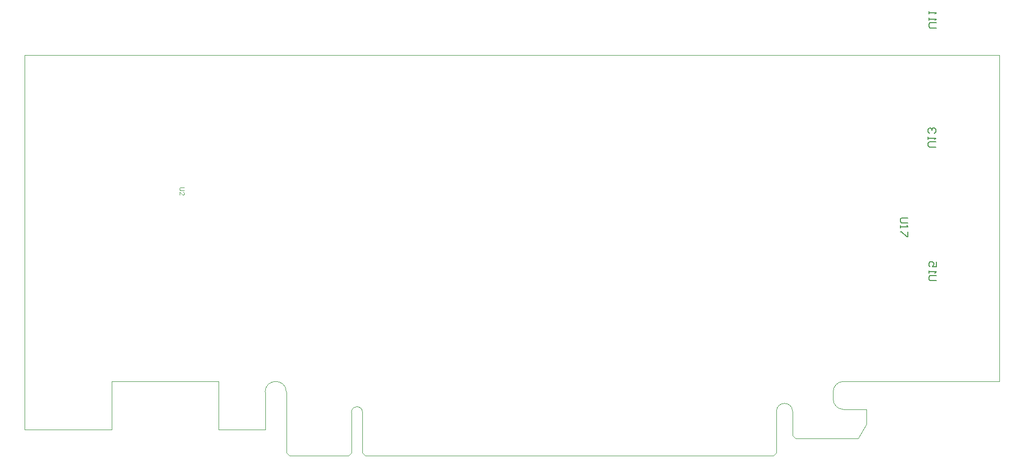
<source format=gm1>
G04*
G04 #@! TF.GenerationSoftware,Altium Limited,Altium Designer,21.3.2 (30)*
G04*
G04 Layer_Color=16711935*
%FSLAX25Y25*%
%MOIN*%
G70*
G04*
G04 #@! TF.SameCoordinates,0DDE3A69-4C04-4BA1-936D-2228934CDC7C*
G04*
G04*
G04 #@! TF.FilePolarity,Positive*
G04*
G01*
G75*
%ADD11C,0.00394*%
%ADD141C,0.00591*%
D11*
X547441Y38189D02*
G03*
X554331Y31299I6890J0D01*
G01*
Y50197D02*
G03*
X547441Y43307I0J-6890D01*
G01*
X519882Y29941D02*
G03*
X509055Y29941I-5413J0D01*
G01*
X177165Y43012D02*
G03*
X162795Y43012I-7185J0D01*
G01*
X519882Y29941D02*
G03*
X509055Y29941I-5413J0D01*
G01*
X228740Y29331D02*
G03*
X221260Y29331I-3740J0D01*
G01*
X547441Y38189D02*
Y43307D01*
X519882Y13583D02*
Y29941D01*
Y13583D02*
X521850Y11614D01*
X564370D01*
X569882Y21161D01*
Y31299D01*
X554331D02*
X569882D01*
X59055Y50197D02*
X131299D01*
X59055Y17717D02*
Y50197D01*
X0Y17717D02*
X59055D01*
X554331Y50197D02*
X660039D01*
X0Y271260D02*
X660039D01*
Y50197D02*
Y271260D01*
X0Y17717D02*
Y271260D01*
X131299Y17717D02*
Y50197D01*
Y17717D02*
X162795D01*
Y43012D01*
X177165Y1969D02*
Y43012D01*
X179134Y0D02*
X219291D01*
X221260Y1969D02*
Y29331D01*
X228740Y1969D02*
Y29331D01*
X230709Y0D02*
X507087D01*
X509055Y1969D02*
Y29941D01*
X177165Y1969D02*
X179134Y0D01*
X219291D02*
X221260Y1969D01*
X228740D02*
X230709Y0D01*
X507087D02*
X509055Y1969D01*
X107948Y181697D02*
X105324D01*
X104799Y181172D01*
Y180123D01*
X105324Y179598D01*
X107948D01*
X104799Y176449D02*
Y178548D01*
X106898Y176449D01*
X107423D01*
X107948Y176974D01*
Y178024D01*
X107423Y178548D01*
D141*
X597998Y161043D02*
X593735D01*
X592882Y160191D01*
Y158485D01*
X593735Y157632D01*
X597998D01*
X592882Y155927D02*
Y154221D01*
Y155074D01*
X597998D01*
X597146Y155927D01*
X597998Y151663D02*
Y148252D01*
X597146D01*
X593735Y151663D01*
X592882D01*
X617290Y118484D02*
X613026D01*
X612173Y119337D01*
Y121043D01*
X613026Y121895D01*
X617290D01*
X612173Y123601D02*
Y125306D01*
Y124453D01*
X617290D01*
X616437Y123601D01*
X617290Y131275D02*
Y127864D01*
X614732D01*
X615584Y129570D01*
Y130423D01*
X614732Y131275D01*
X613026D01*
X612173Y130423D01*
Y128717D01*
X613026Y127864D01*
X616790Y209035D02*
X612526D01*
X611673Y209888D01*
Y211594D01*
X612526Y212446D01*
X616790D01*
X611673Y214152D02*
Y215857D01*
Y215005D01*
X616790D01*
X615937Y214152D01*
Y218416D02*
X616790Y219268D01*
Y220974D01*
X615937Y221827D01*
X615084D01*
X614231Y220974D01*
Y220121D01*
Y220974D01*
X613379Y221827D01*
X612526D01*
X611673Y220974D01*
Y219268D01*
X612526Y218416D01*
X617290Y289744D02*
X613026D01*
X612173Y290597D01*
Y292302D01*
X613026Y293155D01*
X617290D01*
X612173Y294861D02*
Y296566D01*
Y295713D01*
X617290D01*
X616437Y294861D01*
X612173Y299124D02*
Y300830D01*
Y299977D01*
X617290D01*
X616437Y299124D01*
M02*

</source>
